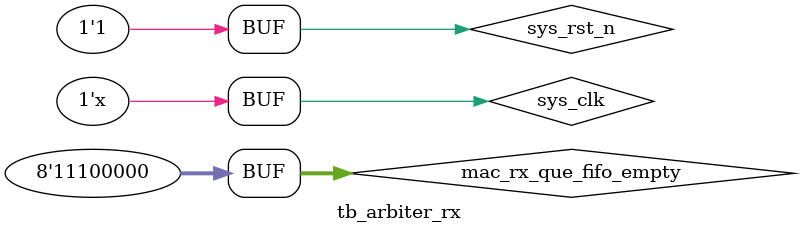
<source format=v>
`timescale 1ns / 1ps

module tb_arbiter_rx();

reg sys_clk;
reg sys_rst_n;

reg ctl_center_rx_busy;
reg [7:0] mac_rx_fifo_empty ;
reg [7:0] mac_rx_fifo_almost_empty;
reg [7:0]mac_rx_fifo_underflow;
reg [7:0]mac_rx_que_fifo_empty;
reg [143:0]mac_rx_que_fifo_dout;

wire [2:0] rx_mac_choose;
wire [7:0]mac_rx_fifo_rd_en;
wire [7:0]mac_rx_que_fifo_rd_en;

always #5 sys_clk = ~sys_clk;

initial begin
    sys_clk = 1'B0;
    sys_rst_n <= 1'b0;
    #20
    sys_rst_n <= 1'b1;
    mac_rx_que_fifo_empty <= 8'hff;
    #20
    mac_rx_que_fifo_empty <= 8'b0000_0000;
    #200
    mac_rx_que_fifo_empty <= 8'b0000_0010;
    #200
    mac_rx_que_fifo_empty <= 8'b0000_0110;
    #200
    mac_rx_que_fifo_empty <= 8'b0000_1110;
    #200
    mac_rx_que_fifo_empty <= 8'b0001_0000;
    #200
    mac_rx_que_fifo_empty <= 8'b0110_0000;
    #200
    mac_rx_que_fifo_empty <= 8'b1110_0000;
end

always @(posedge sys_clk or negedge sys_rst_n) begin
    if(!sys_rst_n)
        mac_rx_que_fifo_dout <= 144'd0;
    else
        mac_rx_que_fifo_dout <= mac_rx_que_fifo_dout + 1;
        //mac_rx_que_fifo_dout <= 144'b1000;
end


arbiter_rx arbiter_rx_inst(
    //---------------------------------系统信号----------------------------------------
    .sys_clk    (sys_clk),     //input wire 
    .sys_rst_n  (sys_rst_n),   //input wire 
    //--------------------------------------------------------------------------------

    .ctl_center_rx_busy (ctl_center_rx_busy),    //                input wire          

    .rx_mac_choose      (rx_mac_choose),        //接收端MAC选择信号  output reg [2:0]    

    //--------------------------------rx_fifo相关接口-----------------------------------
	.mac_rx_fifo_empty        (mac_rx_fifo_empty),//输出MAC fifo empty            input wire [7:0]8个一组
	.mac_rx_fifo_almost_empty (mac_rx_fifo_almost_empty),//输出MAC fifo almost_empty     input wire [7:0]8个一组
	.mac_rx_fifo_underflow    (mac_rx_fifo_underflow),//输出MAC读溢出                 input wire [7:0]8个一组

	.mac_rx_fifo_rd_en       (mac_rx_fifo_rd_en),//外部输入MAC fifo读使能 output wire [7:0]8个一组
	//----------------------------------------------------------------------------------

    //------------------------rx_que_fifo相关面向LLC接口-----------------------------
	.mac_rx_que_fifo_dout			(mac_rx_que_fifo_dout),      //输出数据      input wire [143:0] 	
	.mac_rx_que_fifo_empty			(mac_rx_que_fifo_empty),	    //读空信号      input wire 	[7:0]
	.mac_rx_que_fifo_almost_empty	(8'b0),		//读将空信号    input wire 			[7:0]
	.mac_rx_que_fifo_underflow		(8'b0),	    //读溢出信号    input wire 			[7:0]

	.mac_rx_que_fifo_rd_en			(mac_rx_que_fifo_rd_en)   //读使能        output wire 		[7:0]
	//output wire mac_rx_que_fifo_rd_clk,	//同mac_rx_fifo_rd_clk
	//-----------------------------------------------------------------------------
);

endmodule
</source>
